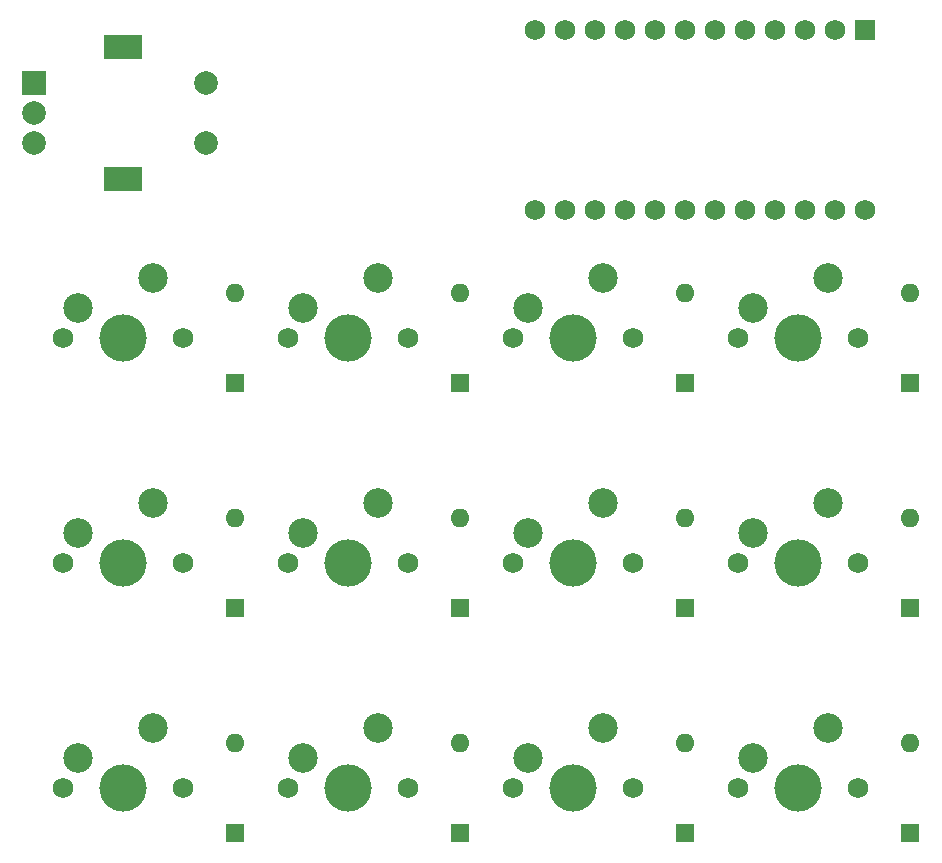
<source format=gbs>
G04 #@! TF.GenerationSoftware,KiCad,Pcbnew,8.0.8*
G04 #@! TF.CreationDate,2025-02-10T09:22:13+01:00*
G04 #@! TF.ProjectId,better,62657474-6572-42e6-9b69-6361645f7063,rev?*
G04 #@! TF.SameCoordinates,Original*
G04 #@! TF.FileFunction,Soldermask,Bot*
G04 #@! TF.FilePolarity,Negative*
%FSLAX46Y46*%
G04 Gerber Fmt 4.6, Leading zero omitted, Abs format (unit mm)*
G04 Created by KiCad (PCBNEW 8.0.8) date 2025-02-10 09:22:13*
%MOMM*%
%LPD*%
G01*
G04 APERTURE LIST*
%ADD10R,1.600000X1.600000*%
%ADD11O,1.600000X1.600000*%
%ADD12C,1.750000*%
%ADD13C,4.000000*%
%ADD14C,2.500000*%
%ADD15R,1.752600X1.752600*%
%ADD16C,1.752600*%
%ADD17R,2.000000X2.000000*%
%ADD18C,2.000000*%
%ADD19R,3.200000X2.000000*%
G04 APERTURE END LIST*
D10*
G04 #@! TO.C,D4*
X210435000Y-63500000D03*
D11*
X210435000Y-55880000D03*
G04 #@! TD*
D10*
G04 #@! TO.C,D9*
X153285000Y-101600000D03*
D11*
X153285000Y-93980000D03*
G04 #@! TD*
D12*
G04 #@! TO.C,S4*
X195830000Y-59690000D03*
D13*
X200910000Y-59690000D03*
D12*
X205990000Y-59690000D03*
D14*
X197100000Y-57150000D03*
X203450000Y-54610000D03*
G04 #@! TD*
D15*
G04 #@! TO.C,U1*
X206625000Y-33655000D03*
D16*
X204085000Y-33655000D03*
X201545000Y-33655000D03*
X199005000Y-33655000D03*
X196465000Y-33655000D03*
X193925000Y-33655000D03*
X191385000Y-33655000D03*
X188845000Y-33655000D03*
X186305000Y-33655000D03*
X183765000Y-33655000D03*
X181225000Y-33655000D03*
X178685000Y-33655000D03*
X178685000Y-48895000D03*
X181225000Y-48895000D03*
X183765000Y-48895000D03*
X186305000Y-48895000D03*
X188845000Y-48895000D03*
X191385000Y-48895000D03*
X193925000Y-48895000D03*
X196465000Y-48895000D03*
X199005000Y-48895000D03*
X201545000Y-48895000D03*
X204085000Y-48895000D03*
X206625000Y-48895000D03*
G04 #@! TD*
D10*
G04 #@! TO.C,D10*
X172335000Y-101600000D03*
D11*
X172335000Y-93980000D03*
G04 #@! TD*
D12*
G04 #@! TO.C,S9*
X138680000Y-97790000D03*
D13*
X143760000Y-97790000D03*
D12*
X148840000Y-97790000D03*
D14*
X139950000Y-95250000D03*
X146300000Y-92710000D03*
G04 #@! TD*
D12*
G04 #@! TO.C,S2*
X157730000Y-59690000D03*
D13*
X162810000Y-59690000D03*
D12*
X167890000Y-59690000D03*
D14*
X159000000Y-57150000D03*
X165350000Y-54610000D03*
G04 #@! TD*
D10*
G04 #@! TO.C,D5*
X153285000Y-82550000D03*
D11*
X153285000Y-74930000D03*
G04 #@! TD*
D12*
G04 #@! TO.C,S10*
X157730000Y-97790000D03*
D13*
X162810000Y-97790000D03*
D12*
X167890000Y-97790000D03*
D14*
X159000000Y-95250000D03*
X165350000Y-92710000D03*
G04 #@! TD*
D10*
G04 #@! TO.C,D8*
X210435000Y-82550000D03*
D11*
X210435000Y-74930000D03*
G04 #@! TD*
D12*
G04 #@! TO.C,S1*
X138680000Y-59690000D03*
D13*
X143760000Y-59690000D03*
D12*
X148840000Y-59690000D03*
D14*
X139950000Y-57150000D03*
X146300000Y-54610000D03*
G04 #@! TD*
D12*
G04 #@! TO.C,S3*
X176780000Y-59690000D03*
D13*
X181860000Y-59690000D03*
D12*
X186940000Y-59690000D03*
D14*
X178050000Y-57150000D03*
X184400000Y-54610000D03*
G04 #@! TD*
D17*
G04 #@! TO.C,SW1*
X136260000Y-38140000D03*
D18*
X136260000Y-43140000D03*
X136260000Y-40640000D03*
D19*
X143760000Y-35040000D03*
X143760000Y-46240000D03*
D18*
X150760000Y-43140000D03*
X150760000Y-38140000D03*
G04 #@! TD*
D10*
G04 #@! TO.C,D11*
X191385000Y-101600000D03*
D11*
X191385000Y-93980000D03*
G04 #@! TD*
D10*
G04 #@! TO.C,D6*
X172335000Y-82550000D03*
D11*
X172335000Y-74930000D03*
G04 #@! TD*
D10*
G04 #@! TO.C,D3*
X191385000Y-63500000D03*
D11*
X191385000Y-55880000D03*
G04 #@! TD*
D10*
G04 #@! TO.C,D7*
X191385000Y-82550000D03*
D11*
X191385000Y-74930000D03*
G04 #@! TD*
D12*
G04 #@! TO.C,S11*
X176780000Y-97790000D03*
D13*
X181860000Y-97790000D03*
D12*
X186940000Y-97790000D03*
D14*
X178050000Y-95250000D03*
X184400000Y-92710000D03*
G04 #@! TD*
D12*
G04 #@! TO.C,S6*
X157730000Y-78740000D03*
D13*
X162810000Y-78740000D03*
D12*
X167890000Y-78740000D03*
D14*
X159000000Y-76200000D03*
X165350000Y-73660000D03*
G04 #@! TD*
D12*
G04 #@! TO.C,S5*
X138680000Y-78740000D03*
D13*
X143760000Y-78740000D03*
D12*
X148840000Y-78740000D03*
D14*
X139950000Y-76200000D03*
X146300000Y-73660000D03*
G04 #@! TD*
D10*
G04 #@! TO.C,D12*
X210435000Y-101600000D03*
D11*
X210435000Y-93980000D03*
G04 #@! TD*
D10*
G04 #@! TO.C,D1*
X153285000Y-63500000D03*
D11*
X153285000Y-55880000D03*
G04 #@! TD*
D10*
G04 #@! TO.C,D2*
X172335000Y-63500000D03*
D11*
X172335000Y-55880000D03*
G04 #@! TD*
D12*
G04 #@! TO.C,S12*
X195830000Y-97790000D03*
D13*
X200910000Y-97790000D03*
D12*
X205990000Y-97790000D03*
D14*
X197100000Y-95250000D03*
X203450000Y-92710000D03*
G04 #@! TD*
D12*
G04 #@! TO.C,S8*
X195830000Y-78740000D03*
D13*
X200910000Y-78740000D03*
D12*
X205990000Y-78740000D03*
D14*
X197100000Y-76200000D03*
X203450000Y-73660000D03*
G04 #@! TD*
D12*
G04 #@! TO.C,S7*
X176780000Y-78740000D03*
D13*
X181860000Y-78740000D03*
D12*
X186940000Y-78740000D03*
D14*
X178050000Y-76200000D03*
X184400000Y-73660000D03*
G04 #@! TD*
M02*

</source>
